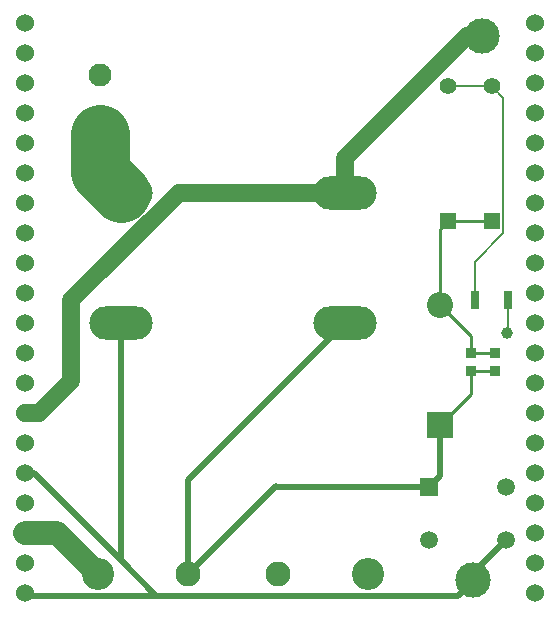
<source format=gbr>
%TF.GenerationSoftware,KiCad,Pcbnew,8.0.8*%
%TF.CreationDate,2025-02-03T20:55:48-05:00*%
%TF.ProjectId,AMS Latching Module V2.0,414d5320-4c61-4746-9368-696e67204d6f,rev?*%
%TF.SameCoordinates,Original*%
%TF.FileFunction,Copper,L1,Top*%
%TF.FilePolarity,Positive*%
%FSLAX46Y46*%
G04 Gerber Fmt 4.6, Leading zero omitted, Abs format (unit mm)*
G04 Created by KiCad (PCBNEW 8.0.8) date 2025-02-03 20:55:48*
%MOMM*%
%LPD*%
G01*
G04 APERTURE LIST*
%TA.AperFunction,SMDPad,CuDef*%
%ADD10R,0.970000X0.900000*%
%TD*%
%TA.AperFunction,ComponentPad*%
%ADD11C,3.000000*%
%TD*%
%TA.AperFunction,ComponentPad*%
%ADD12C,1.524000*%
%TD*%
%TA.AperFunction,ComponentPad*%
%ADD13R,1.498600X1.498600*%
%TD*%
%TA.AperFunction,ComponentPad*%
%ADD14C,1.498600*%
%TD*%
%TA.AperFunction,SMDPad,CuDef*%
%ADD15R,0.660400X1.549400*%
%TD*%
%TA.AperFunction,ComponentPad*%
%ADD16O,5.350000X2.850000*%
%TD*%
%TA.AperFunction,ComponentPad*%
%ADD17C,2.717800*%
%TD*%
%TA.AperFunction,ComponentPad*%
%ADD18C,2.108200*%
%TD*%
%TA.AperFunction,ComponentPad*%
%ADD19R,1.397000X1.397000*%
%TD*%
%TA.AperFunction,ComponentPad*%
%ADD20C,1.397000*%
%TD*%
%TA.AperFunction,ComponentPad*%
%ADD21C,1.950000*%
%TD*%
%TA.AperFunction,ComponentPad*%
%ADD22R,2.200000X2.200000*%
%TD*%
%TA.AperFunction,ComponentPad*%
%ADD23O,2.200000X2.200000*%
%TD*%
%TA.AperFunction,ViaPad*%
%ADD24C,1.000000*%
%TD*%
%TA.AperFunction,Conductor*%
%ADD25C,0.250000*%
%TD*%
%TA.AperFunction,Conductor*%
%ADD26C,0.500000*%
%TD*%
%TA.AperFunction,Conductor*%
%ADD27C,0.200000*%
%TD*%
%TA.AperFunction,Conductor*%
%ADD28C,2.000000*%
%TD*%
%TA.AperFunction,Conductor*%
%ADD29C,1.500000*%
%TD*%
%TA.AperFunction,Conductor*%
%ADD30C,5.000000*%
%TD*%
G04 APERTURE END LIST*
D10*
%TO.P,D1,1,K*%
%TO.N,Net-(D1-K)*%
X90620000Y-80270000D03*
%TO.P,D1,2,A*%
%TO.N,/GND*%
X90620000Y-78750000D03*
%TD*%
%TO.P,D2,1,K*%
%TO.N,Net-(D1-K)*%
X88540000Y-80260000D03*
%TO.P,D2,2,A*%
%TO.N,/GND*%
X88540000Y-78740000D03*
%TD*%
D11*
%TO.P,Safety Loop,1,1*%
%TO.N,Net-(J3-Pad7)*%
X89500000Y-51900000D03*
%TD*%
D12*
%TO.P,J3,1,1*%
%TO.N,Net-(J3-Pad1)*%
X50800000Y-99060000D03*
%TO.P,J3,2,2*%
%TO.N,Net-(D1-K)*%
X50800000Y-96520000D03*
%TO.P,J3,3,3*%
%TO.N,/Vs*%
X50800000Y-93980000D03*
%TO.P,J3,4,4*%
%TO.N,Net-(D4-A)*%
X50800000Y-91440000D03*
%TO.P,J3,5,5*%
%TO.N,Net-(J3-Pad1)*%
X50800000Y-88900000D03*
%TO.P,J3,6,6*%
%TO.N,/GND*%
X50800000Y-86360000D03*
%TO.P,J3,7,7*%
%TO.N,Net-(J3-Pad7)*%
X50800000Y-83820000D03*
%TO.P,J3,8,8*%
%TO.N,unconnected-(J3-Pad8)*%
X50800000Y-81280000D03*
%TO.P,J3,9,9*%
%TO.N,unconnected-(J3-Pad9)*%
X50800000Y-78740000D03*
%TO.P,J3,10,10*%
%TO.N,unconnected-(J3-Pad10)*%
X50800000Y-76200000D03*
%TO.P,J3,11,11*%
%TO.N,unconnected-(J3-Pad11)*%
X50800000Y-73660000D03*
%TO.P,J3,12,12*%
%TO.N,unconnected-(J3-Pad12)*%
X50800000Y-71120000D03*
%TO.P,J3,13,13*%
%TO.N,unconnected-(J3-Pad13)*%
X50800000Y-68580000D03*
%TO.P,J3,14,14*%
%TO.N,unconnected-(J3-Pad14)*%
X50800000Y-66040000D03*
%TO.P,J3,15,15*%
%TO.N,unconnected-(J3-Pad15)*%
X50800000Y-63500000D03*
%TO.P,J3,16,16*%
%TO.N,unconnected-(J3-Pad16)*%
X50800000Y-60960000D03*
%TO.P,J3,17,17*%
%TO.N,unconnected-(J3-Pad17)*%
X50800000Y-58420000D03*
%TO.P,J3,18,18*%
%TO.N,unconnected-(J3-Pad18)*%
X50800000Y-55880000D03*
%TO.P,J3,19,19*%
%TO.N,unconnected-(J3-Pad19)*%
X50800000Y-53340000D03*
%TO.P,J3,20,20*%
%TO.N,unconnected-(J3-Pad20)*%
X50800000Y-50800000D03*
%TD*%
D13*
%TO.P,AMS RESET,1,1*%
%TO.N,Net-(D1-K)*%
X85019999Y-90070000D03*
D14*
%TO.P,AMS RESET,2,2*%
%TO.N,N/C*%
X91520000Y-90070000D03*
%TO.P,AMS RESET,3*%
X85019999Y-94570001D03*
%TO.P,AMS RESET,4*%
%TO.N,Net-(J3-Pad1)*%
X91520000Y-94570001D03*
%TD*%
D15*
%TO.P,D4,1,K*%
%TO.N,Net-(D4-K)*%
X88855200Y-74200000D03*
%TO.P,D4,2,A*%
%TO.N,Net-(D4-A)*%
X91700000Y-74200000D03*
%TD*%
D16*
%TO.P,K1,1,1*%
%TO.N,Net-(J4-Pad2)*%
X58920000Y-65159999D03*
%TO.P,K1,2,2*%
%TO.N,Net-(J3-Pad1)*%
X58920000Y-76160000D03*
D17*
%TO.P,K1,3,3*%
%TO.N,/Vs*%
X56970000Y-97460000D03*
D18*
%TO.P,K1,4,4*%
%TO.N,Net-(D1-K)*%
X64620000Y-97460000D03*
%TO.P,K1,5,5*%
%TO.N,/GND*%
X72220000Y-97460000D03*
D17*
%TO.P,K1,6,6*%
%TO.N,Net-(D4-A)*%
X79870000Y-97460000D03*
D16*
%TO.P,K1,7,7*%
%TO.N,Net-(D1-K)*%
X77919998Y-76160000D03*
%TO.P,K1,8,8*%
%TO.N,Net-(J3-Pad7)*%
X77919998Y-65159999D03*
%TD*%
D19*
%TO.P,R2,1*%
%TO.N,/GND*%
X90300000Y-67530000D03*
D20*
%TO.P,R2,2*%
%TO.N,Net-(D4-K)*%
X90300000Y-56100000D03*
%TD*%
D21*
%TO.P,J4,1*%
%TO.N,unconnected-(J4-Pad1)*%
X57130000Y-55150000D03*
%TO.P,J4,2*%
%TO.N,Net-(J4-Pad2)*%
X57130000Y-60150000D03*
%TD*%
D11*
%TO.P,TP1,1,1*%
%TO.N,Net-(J3-Pad1)*%
X88720000Y-97970000D03*
%TD*%
D19*
%TO.P,R1,1*%
%TO.N,/GND*%
X86600000Y-67530000D03*
D20*
%TO.P,R1,2*%
%TO.N,Net-(D4-K)*%
X86600000Y-56100000D03*
%TD*%
D12*
%TO.P,J2,1,1*%
%TO.N,N/C*%
X94000000Y-99060000D03*
%TO.P,J2,2,2*%
X94000000Y-96520000D03*
%TO.P,J2,3,3*%
X94000000Y-93980000D03*
%TO.P,J2,4,4*%
X94000000Y-91440000D03*
%TO.P,J2,5,5*%
X94000000Y-88900000D03*
%TO.P,J2,6,6*%
X94000000Y-86360000D03*
%TO.P,J2,7,7*%
X94000000Y-83820000D03*
%TO.P,J2,8,8*%
X94000000Y-81280000D03*
%TO.P,J2,9,9*%
X94000000Y-78740000D03*
%TO.P,J2,10,10*%
X94000000Y-76200000D03*
%TO.P,J2,11,11*%
X94000000Y-73660000D03*
%TO.P,J2,12,12*%
X94000000Y-71120000D03*
%TO.P,J2,13,13*%
X94000000Y-68580000D03*
%TO.P,J2,14,14*%
X94000000Y-66040000D03*
%TO.P,J2,15,15*%
X94000000Y-63500000D03*
%TO.P,J2,16,16*%
X94000000Y-60960000D03*
%TO.P,J2,17,17*%
X94000000Y-58420000D03*
%TO.P,J2,18,18*%
X94000000Y-55880000D03*
%TO.P,J2,19,19*%
X94000000Y-53340000D03*
%TO.P,J2,20,20*%
X94000000Y-50800000D03*
%TD*%
D22*
%TO.P,D3,1,K*%
%TO.N,Net-(D1-K)*%
X85920000Y-84790000D03*
D23*
%TO.P,D3,2,A*%
%TO.N,/GND*%
X85920000Y-74630000D03*
%TD*%
D24*
%TO.N,Net-(D4-A)*%
X91620000Y-77000000D03*
%TD*%
D25*
%TO.N,/GND*%
X88540000Y-77250000D02*
X85920000Y-74630000D01*
X90620000Y-78750000D02*
X88550000Y-78750000D01*
X85920000Y-74630000D02*
X85920000Y-68210000D01*
X88550000Y-78750000D02*
X88540000Y-78740000D01*
X86600000Y-67530000D02*
X90300000Y-67530000D01*
X88540000Y-78740000D02*
X88540000Y-77250000D01*
X85920000Y-68210000D02*
X86600000Y-67530000D01*
D26*
%TO.N,Net-(D1-K)*%
X85920000Y-84790000D02*
X85920000Y-89169999D01*
X72069401Y-90010599D02*
X72128802Y-90070000D01*
D25*
X88540000Y-80260000D02*
X90610000Y-80260000D01*
X88540000Y-82170000D02*
X85920000Y-84790000D01*
X88540000Y-80260000D02*
X88540000Y-82170000D01*
D26*
X64620000Y-97460000D02*
X64620000Y-89459998D01*
X85920000Y-89169999D02*
X85019999Y-90070000D01*
X64620000Y-89459998D02*
X77919998Y-76160000D01*
X90610000Y-80260000D02*
X90620000Y-80270000D01*
X64620000Y-97460000D02*
X72069401Y-90010599D01*
X72128802Y-90070000D02*
X85019999Y-90070000D01*
D27*
%TO.N,Net-(D4-A)*%
X91700000Y-76920000D02*
X91620000Y-77000000D01*
D25*
X91620000Y-77000000D02*
X91344800Y-76724800D01*
D27*
X91700000Y-74200000D02*
X91700000Y-76920000D01*
D28*
%TO.N,/Vs*%
X53490000Y-93980000D02*
X50800000Y-93980000D01*
X56970000Y-97460000D02*
X53490000Y-93980000D01*
D27*
%TO.N,Net-(D4-K)*%
X88855200Y-70971800D02*
X91298500Y-68528500D01*
X88855200Y-74200000D02*
X88855200Y-70971800D01*
X91298500Y-68528500D02*
X91298500Y-57098500D01*
X90300000Y-56100000D02*
X86600000Y-56100000D01*
X91298500Y-57098500D02*
X90300000Y-56100000D01*
D26*
%TO.N,Net-(J3-Pad1)*%
X88720000Y-97970000D02*
X88720000Y-97370001D01*
X61920000Y-99270000D02*
X87420000Y-99270000D01*
X88720000Y-97370001D02*
X91520000Y-94570001D01*
X87420000Y-99270000D02*
X88720000Y-97970000D01*
X58920000Y-76160000D02*
X58920000Y-96270000D01*
X61920000Y-99270000D02*
X51010000Y-99270000D01*
X51550000Y-88900000D02*
X58920000Y-96270000D01*
X50800000Y-88900000D02*
X51550000Y-88900000D01*
X58920000Y-96270000D02*
X61920000Y-99270000D01*
X51010000Y-99270000D02*
X50800000Y-99060000D01*
D29*
%TO.N,Net-(J3-Pad7)*%
X77919998Y-62234999D02*
X88254997Y-51900000D01*
X88254997Y-51900000D02*
X89500000Y-51900000D01*
X54720000Y-74270000D02*
X54720000Y-81070000D01*
X51970000Y-83820000D02*
X50800000Y-83820000D01*
X54720000Y-81070000D02*
X51970000Y-83820000D01*
X77919998Y-65159999D02*
X77919998Y-62234999D01*
X63830001Y-65159999D02*
X54720000Y-74270000D01*
X77919998Y-65159999D02*
X63830001Y-65159999D01*
D30*
%TO.N,Net-(J4-Pad2)*%
X57130000Y-63369999D02*
X58920000Y-65159999D01*
X57130000Y-60150000D02*
X57130000Y-63369999D01*
%TD*%
M02*

</source>
